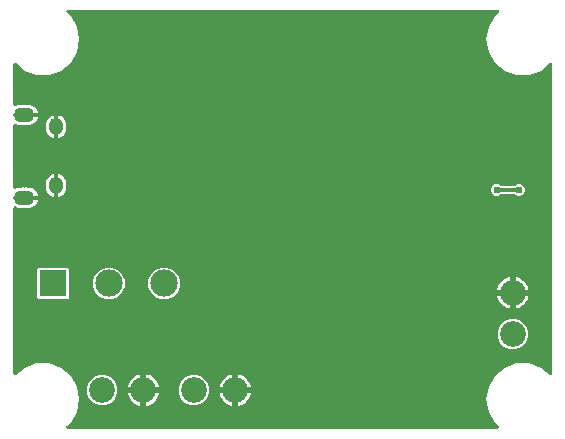
<source format=gbr>
G04 EAGLE Gerber RS-274X export*
G75*
%MOMM*%
%FSLAX34Y34*%
%LPD*%
%INBottom Copper*%
%IPPOS*%
%AMOC8*
5,1,8,0,0,1.08239X$1,22.5*%
G01*
%ADD10C,1.208000*%
%ADD11C,1.270000*%
%ADD12C,2.184400*%
%ADD13R,2.325000X2.325000*%
%ADD14C,2.325000*%
%ADD15C,0.685800*%
%ADD16C,0.609600*%
%ADD17C,0.304800*%

G36*
X415393Y5212D02*
X415393Y5212D01*
X415428Y5210D01*
X415550Y5232D01*
X415673Y5248D01*
X415706Y5261D01*
X415741Y5267D01*
X415854Y5319D01*
X415969Y5365D01*
X415998Y5385D01*
X416030Y5400D01*
X416126Y5479D01*
X416226Y5551D01*
X416249Y5579D01*
X416276Y5601D01*
X416350Y5701D01*
X416429Y5796D01*
X416444Y5828D01*
X416465Y5857D01*
X416512Y5972D01*
X416565Y6084D01*
X416571Y6119D01*
X416585Y6152D01*
X416601Y6275D01*
X416625Y6396D01*
X416622Y6432D01*
X416627Y6467D01*
X416612Y6590D01*
X416605Y6714D01*
X416594Y6748D01*
X416590Y6783D01*
X416545Y6898D01*
X416507Y7016D01*
X416488Y7046D01*
X416475Y7079D01*
X416403Y7180D01*
X416337Y7285D01*
X416311Y7309D01*
X416290Y7338D01*
X416174Y7449D01*
X412849Y10239D01*
X407511Y19485D01*
X405657Y30000D01*
X407511Y40515D01*
X412849Y49761D01*
X421028Y56624D01*
X431062Y60276D01*
X441738Y60276D01*
X451772Y56624D01*
X459107Y50469D01*
X459178Y50423D01*
X459242Y50370D01*
X459311Y50338D01*
X459374Y50297D01*
X459454Y50270D01*
X459530Y50234D01*
X459604Y50220D01*
X459676Y50196D01*
X459760Y50190D01*
X459843Y50175D01*
X459918Y50179D01*
X459993Y50174D01*
X460076Y50189D01*
X460160Y50194D01*
X460232Y50218D01*
X460306Y50231D01*
X460383Y50267D01*
X460462Y50292D01*
X460526Y50333D01*
X460595Y50365D01*
X460660Y50418D01*
X460731Y50463D01*
X460783Y50518D01*
X460842Y50565D01*
X460891Y50633D01*
X460949Y50694D01*
X460986Y50760D01*
X461031Y50821D01*
X461062Y50899D01*
X461103Y50973D01*
X461121Y51046D01*
X461150Y51116D01*
X461161Y51199D01*
X461182Y51281D01*
X461191Y51423D01*
X461192Y51431D01*
X461192Y51435D01*
X461192Y51441D01*
X461192Y313359D01*
X461182Y313442D01*
X461181Y313526D01*
X461162Y313599D01*
X461152Y313674D01*
X461121Y313752D01*
X461100Y313834D01*
X461063Y313900D01*
X461035Y313970D01*
X460986Y314038D01*
X460945Y314111D01*
X460893Y314166D01*
X460849Y314227D01*
X460784Y314281D01*
X460726Y314342D01*
X460662Y314382D01*
X460604Y314430D01*
X460528Y314466D01*
X460456Y314510D01*
X460384Y314533D01*
X460316Y314566D01*
X460234Y314581D01*
X460153Y314607D01*
X460078Y314611D01*
X460004Y314625D01*
X459920Y314620D01*
X459836Y314625D01*
X459762Y314610D01*
X459686Y314606D01*
X459606Y314580D01*
X459524Y314563D01*
X459456Y314531D01*
X459384Y314508D01*
X459313Y314463D01*
X459237Y314426D01*
X459122Y314342D01*
X459115Y314337D01*
X459113Y314335D01*
X459107Y314331D01*
X451772Y308176D01*
X441738Y304524D01*
X431062Y304524D01*
X421028Y308176D01*
X412849Y315039D01*
X407511Y324285D01*
X405657Y334800D01*
X407511Y345315D01*
X412849Y354561D01*
X416174Y357351D01*
X416198Y357377D01*
X416226Y357397D01*
X416306Y357493D01*
X416390Y357584D01*
X416407Y357615D01*
X416429Y357642D01*
X416482Y357755D01*
X416541Y357864D01*
X416550Y357898D01*
X416565Y357930D01*
X416588Y358052D01*
X416618Y358172D01*
X416618Y358208D01*
X416625Y358243D01*
X416617Y358366D01*
X416616Y358490D01*
X416607Y358525D01*
X416605Y358560D01*
X416567Y358678D01*
X416535Y358798D01*
X416518Y358829D01*
X416507Y358862D01*
X416440Y358967D01*
X416380Y359076D01*
X416356Y359101D01*
X416337Y359131D01*
X416246Y359216D01*
X416161Y359306D01*
X416131Y359325D01*
X416105Y359349D01*
X415996Y359409D01*
X415891Y359475D01*
X415857Y359486D01*
X415826Y359503D01*
X415707Y359534D01*
X415588Y359571D01*
X415553Y359573D01*
X415519Y359582D01*
X415358Y359592D01*
X51042Y359592D01*
X51007Y359588D01*
X50972Y359590D01*
X50850Y359568D01*
X50727Y359552D01*
X50694Y359539D01*
X50659Y359533D01*
X50546Y359481D01*
X50431Y359435D01*
X50402Y359415D01*
X50370Y359400D01*
X50274Y359321D01*
X50174Y359249D01*
X50151Y359221D01*
X50124Y359199D01*
X50050Y359099D01*
X49971Y359004D01*
X49956Y358972D01*
X49935Y358943D01*
X49888Y358828D01*
X49835Y358716D01*
X49829Y358681D01*
X49815Y358648D01*
X49799Y358525D01*
X49775Y358404D01*
X49778Y358368D01*
X49773Y358333D01*
X49788Y358210D01*
X49795Y358086D01*
X49806Y358052D01*
X49810Y358017D01*
X49855Y357902D01*
X49893Y357784D01*
X49912Y357754D01*
X49925Y357721D01*
X49997Y357620D01*
X50063Y357515D01*
X50089Y357491D01*
X50110Y357462D01*
X50226Y357351D01*
X53551Y354561D01*
X58889Y345315D01*
X60743Y334800D01*
X58889Y324285D01*
X53551Y315039D01*
X45372Y308176D01*
X35338Y304524D01*
X24662Y304524D01*
X14628Y308176D01*
X7293Y314331D01*
X7222Y314377D01*
X7158Y314430D01*
X7089Y314462D01*
X7026Y314503D01*
X6946Y314530D01*
X6870Y314566D01*
X6796Y314580D01*
X6724Y314604D01*
X6640Y314610D01*
X6557Y314625D01*
X6482Y314621D01*
X6407Y314626D01*
X6324Y314611D01*
X6240Y314606D01*
X6168Y314582D01*
X6094Y314569D01*
X6017Y314533D01*
X5938Y314508D01*
X5874Y314467D01*
X5805Y314435D01*
X5740Y314382D01*
X5669Y314337D01*
X5617Y314282D01*
X5558Y314235D01*
X5509Y314167D01*
X5451Y314106D01*
X5414Y314040D01*
X5369Y313979D01*
X5338Y313901D01*
X5297Y313827D01*
X5279Y313754D01*
X5250Y313684D01*
X5239Y313601D01*
X5218Y313519D01*
X5209Y313377D01*
X5208Y313369D01*
X5208Y313365D01*
X5208Y313359D01*
X5208Y279362D01*
X5210Y279348D01*
X5208Y279333D01*
X5224Y279227D01*
X5230Y279129D01*
X5242Y279093D01*
X5248Y279047D01*
X5253Y279033D01*
X5255Y279018D01*
X5301Y278911D01*
X5328Y278826D01*
X5346Y278798D01*
X5365Y278751D01*
X5373Y278739D01*
X5379Y278726D01*
X5455Y278626D01*
X5498Y278558D01*
X5520Y278537D01*
X5551Y278494D01*
X5563Y278484D01*
X5572Y278473D01*
X5676Y278390D01*
X5730Y278340D01*
X5753Y278327D01*
X5796Y278291D01*
X5810Y278285D01*
X5821Y278275D01*
X5948Y278219D01*
X6008Y278186D01*
X6032Y278180D01*
X6084Y278155D01*
X6099Y278153D01*
X6112Y278147D01*
X6252Y278123D01*
X6316Y278107D01*
X6350Y278105D01*
X6396Y278096D01*
X6411Y278097D01*
X6426Y278094D01*
X6463Y278097D01*
X6477Y278096D01*
X6482Y278096D01*
X6542Y278104D01*
X6570Y278106D01*
X6714Y278115D01*
X6728Y278120D01*
X6743Y278121D01*
X6779Y278134D01*
X6798Y278136D01*
X6884Y278171D01*
X7016Y278213D01*
X7029Y278221D01*
X7043Y278226D01*
X7082Y278249D01*
X7093Y278253D01*
X7108Y278264D01*
X7182Y278307D01*
X7727Y278671D01*
X9345Y279341D01*
X10674Y279606D01*
X10719Y279577D01*
X10777Y279529D01*
X10854Y279493D01*
X10925Y279449D01*
X10997Y279426D01*
X11065Y279394D01*
X11148Y279378D01*
X11228Y279352D01*
X11304Y279348D01*
X11377Y279334D01*
X11462Y279339D01*
X11546Y279335D01*
X11686Y279353D01*
X11695Y279354D01*
X11698Y279355D01*
X11706Y279356D01*
X12666Y279547D01*
X12812Y279596D01*
X12957Y279643D01*
X12962Y279646D01*
X12967Y279648D01*
X12998Y279667D01*
X13002Y279667D01*
X13151Y279656D01*
X13160Y279658D01*
X13169Y279657D01*
X13191Y279660D01*
X13202Y279655D01*
X13341Y279588D01*
X13348Y279586D01*
X13351Y279585D01*
X13360Y279583D01*
X13496Y279547D01*
X14230Y279401D01*
X14240Y279400D01*
X14248Y279397D01*
X14397Y279389D01*
X14548Y279378D01*
X14557Y279380D01*
X14566Y279380D01*
X14726Y279401D01*
X14952Y279446D01*
X15098Y279495D01*
X15243Y279542D01*
X15248Y279545D01*
X15253Y279546D01*
X15379Y279628D01*
X15383Y279628D01*
X15392Y279625D01*
X15542Y279616D01*
X15691Y279606D01*
X15700Y279607D01*
X15709Y279607D01*
X15848Y279626D01*
X15848Y279625D01*
X15853Y279623D01*
X15857Y279619D01*
X15995Y279555D01*
X16135Y279487D01*
X16142Y279485D01*
X16145Y279484D01*
X16154Y279482D01*
X16290Y279446D01*
X16817Y279341D01*
X17012Y279260D01*
X17060Y279247D01*
X17105Y279226D01*
X17213Y279205D01*
X17319Y279176D01*
X17369Y279176D01*
X17418Y279166D01*
X17527Y279173D01*
X17637Y279171D01*
X17685Y279183D01*
X17735Y279186D01*
X17839Y279220D01*
X17946Y279245D01*
X17990Y279269D01*
X18037Y279284D01*
X18130Y279343D01*
X18227Y279394D01*
X18264Y279428D01*
X18306Y279454D01*
X18381Y279534D01*
X18428Y279576D01*
X19611Y279341D01*
X21229Y278671D01*
X22686Y277698D01*
X23924Y276460D01*
X24897Y275003D01*
X25567Y273385D01*
X25735Y272541D01*
X17498Y272541D01*
X17380Y272526D01*
X17261Y272519D01*
X17223Y272506D01*
X17183Y272501D01*
X17072Y272458D01*
X17024Y272442D01*
X17006Y272452D01*
X16967Y272462D01*
X16931Y272479D01*
X16814Y272501D01*
X16698Y272531D01*
X16638Y272535D01*
X16618Y272539D01*
X16598Y272537D01*
X16538Y272541D01*
X14704Y272541D01*
X14586Y272526D01*
X14467Y272519D01*
X14429Y272506D01*
X14389Y272501D01*
X14278Y272458D01*
X14230Y272442D01*
X14212Y272452D01*
X14173Y272462D01*
X14137Y272479D01*
X14020Y272501D01*
X13904Y272531D01*
X13844Y272535D01*
X13824Y272539D01*
X13804Y272537D01*
X13744Y272541D01*
X12418Y272541D01*
X12300Y272526D01*
X12181Y272519D01*
X12143Y272506D01*
X12103Y272501D01*
X11992Y272458D01*
X11944Y272442D01*
X11926Y272452D01*
X11887Y272462D01*
X11851Y272479D01*
X11734Y272501D01*
X11618Y272531D01*
X11558Y272535D01*
X11538Y272539D01*
X11518Y272537D01*
X11458Y272541D01*
X6477Y272541D01*
X6359Y272526D01*
X6240Y272519D01*
X6202Y272506D01*
X6161Y272501D01*
X6051Y272458D01*
X5938Y272421D01*
X5903Y272399D01*
X5866Y272384D01*
X5770Y272315D01*
X5669Y272251D01*
X5641Y272221D01*
X5608Y272198D01*
X5532Y272106D01*
X5451Y272019D01*
X5431Y271984D01*
X5406Y271953D01*
X5355Y271845D01*
X5297Y271741D01*
X5287Y271701D01*
X5270Y271665D01*
X5248Y271548D01*
X5218Y271433D01*
X5214Y271373D01*
X5210Y271353D01*
X5212Y271332D01*
X5208Y271272D01*
X5208Y270312D01*
X5223Y270194D01*
X5230Y270075D01*
X5243Y270037D01*
X5248Y269996D01*
X5291Y269886D01*
X5328Y269773D01*
X5350Y269738D01*
X5365Y269701D01*
X5434Y269604D01*
X5498Y269504D01*
X5528Y269476D01*
X5551Y269443D01*
X5643Y269367D01*
X5730Y269286D01*
X5765Y269266D01*
X5796Y269241D01*
X5904Y269190D01*
X6008Y269132D01*
X6048Y269122D01*
X6084Y269105D01*
X6201Y269083D01*
X6316Y269053D01*
X6376Y269049D01*
X6396Y269045D01*
X6417Y269047D01*
X6477Y269043D01*
X11458Y269043D01*
X11576Y269058D01*
X11695Y269065D01*
X11733Y269077D01*
X11773Y269083D01*
X11884Y269126D01*
X11932Y269142D01*
X11950Y269132D01*
X11989Y269122D01*
X12025Y269105D01*
X12142Y269083D01*
X12258Y269053D01*
X12318Y269049D01*
X12338Y269045D01*
X12358Y269047D01*
X12418Y269043D01*
X13744Y269043D01*
X13862Y269058D01*
X13981Y269065D01*
X14019Y269077D01*
X14059Y269083D01*
X14170Y269126D01*
X14218Y269142D01*
X14236Y269132D01*
X14275Y269122D01*
X14311Y269105D01*
X14428Y269083D01*
X14544Y269053D01*
X14604Y269049D01*
X14624Y269045D01*
X14644Y269047D01*
X14704Y269043D01*
X16538Y269043D01*
X16656Y269058D01*
X16775Y269065D01*
X16813Y269077D01*
X16853Y269083D01*
X16964Y269126D01*
X17012Y269142D01*
X17030Y269132D01*
X17069Y269122D01*
X17105Y269105D01*
X17222Y269083D01*
X17338Y269053D01*
X17398Y269049D01*
X17418Y269045D01*
X17438Y269047D01*
X17498Y269043D01*
X25735Y269043D01*
X25567Y268199D01*
X24897Y266581D01*
X23924Y265124D01*
X22686Y263886D01*
X21229Y262913D01*
X19611Y262243D01*
X18432Y262008D01*
X18424Y262020D01*
X18385Y262051D01*
X18353Y262089D01*
X18263Y262152D01*
X18179Y262222D01*
X18134Y262244D01*
X18093Y262272D01*
X17990Y262311D01*
X17891Y262358D01*
X17842Y262367D01*
X17796Y262385D01*
X17686Y262397D01*
X17579Y262418D01*
X17529Y262415D01*
X17480Y262420D01*
X17371Y262405D01*
X17261Y262398D01*
X17214Y262383D01*
X17165Y262376D01*
X17012Y262324D01*
X16817Y262243D01*
X16290Y262138D01*
X16143Y262089D01*
X15999Y262042D01*
X15994Y262039D01*
X15989Y262037D01*
X15863Y261956D01*
X15859Y261956D01*
X15850Y261959D01*
X15700Y261968D01*
X15551Y261978D01*
X15542Y261977D01*
X15533Y261977D01*
X15394Y261958D01*
X15394Y261959D01*
X15389Y261961D01*
X15385Y261965D01*
X15246Y262030D01*
X15107Y262097D01*
X15100Y262099D01*
X15097Y262100D01*
X15088Y262102D01*
X14952Y262138D01*
X14726Y262183D01*
X14716Y262184D01*
X14708Y262187D01*
X14559Y262195D01*
X14408Y262206D01*
X14399Y262204D01*
X14390Y262204D01*
X14230Y262183D01*
X13496Y262037D01*
X13349Y261988D01*
X13205Y261941D01*
X13200Y261938D01*
X13195Y261936D01*
X13164Y261917D01*
X13161Y261917D01*
X13011Y261928D01*
X13002Y261926D01*
X12993Y261927D01*
X12971Y261924D01*
X12961Y261928D01*
X12821Y261996D01*
X12814Y261998D01*
X12811Y261999D01*
X12802Y262001D01*
X12666Y262037D01*
X11706Y262228D01*
X11621Y262234D01*
X11538Y262250D01*
X11463Y262245D01*
X11388Y262251D01*
X11305Y262235D01*
X11221Y262230D01*
X11150Y262207D01*
X11075Y262193D01*
X10999Y262158D01*
X10919Y262132D01*
X10855Y262092D01*
X10787Y262060D01*
X10721Y262007D01*
X10676Y261978D01*
X9345Y262243D01*
X7727Y262913D01*
X7182Y263277D01*
X7169Y263284D01*
X7158Y263293D01*
X7027Y263354D01*
X6898Y263419D01*
X6883Y263422D01*
X6870Y263429D01*
X6729Y263456D01*
X6587Y263486D01*
X6572Y263486D01*
X6557Y263488D01*
X6414Y263479D01*
X6269Y263474D01*
X6255Y263469D01*
X6240Y263469D01*
X6102Y263424D01*
X5964Y263383D01*
X5952Y263375D01*
X5938Y263371D01*
X5815Y263293D01*
X5692Y263219D01*
X5681Y263208D01*
X5669Y263200D01*
X5570Y263095D01*
X5469Y262992D01*
X5461Y262980D01*
X5451Y262969D01*
X5381Y262843D01*
X5309Y262717D01*
X5305Y262703D01*
X5297Y262690D01*
X5261Y262551D01*
X5222Y262411D01*
X5222Y262397D01*
X5218Y262382D01*
X5208Y262222D01*
X5208Y209258D01*
X5210Y209244D01*
X5208Y209229D01*
X5229Y209086D01*
X5248Y208943D01*
X5253Y208929D01*
X5255Y208914D01*
X5311Y208782D01*
X5365Y208647D01*
X5373Y208635D01*
X5379Y208622D01*
X5466Y208507D01*
X5551Y208390D01*
X5563Y208380D01*
X5572Y208369D01*
X5685Y208279D01*
X5796Y208187D01*
X5810Y208181D01*
X5821Y208171D01*
X5954Y208113D01*
X6084Y208051D01*
X6099Y208049D01*
X6112Y208043D01*
X6255Y208019D01*
X6396Y207992D01*
X6411Y207993D01*
X6426Y207990D01*
X6570Y208002D01*
X6714Y208011D01*
X6728Y208016D01*
X6743Y208017D01*
X6879Y208065D01*
X7016Y208109D01*
X7029Y208117D01*
X7043Y208122D01*
X7182Y208203D01*
X7727Y208567D01*
X9345Y209237D01*
X10613Y209489D01*
X10693Y209433D01*
X10777Y209363D01*
X10822Y209342D01*
X10863Y209313D01*
X10966Y209274D01*
X11065Y209227D01*
X11114Y209218D01*
X11161Y209200D01*
X11270Y209188D01*
X11377Y209167D01*
X11427Y209171D01*
X11477Y209165D01*
X11586Y209180D01*
X11695Y209187D01*
X11742Y209203D01*
X11792Y209210D01*
X11855Y209231D01*
X12666Y209392D01*
X12813Y209442D01*
X12957Y209488D01*
X12962Y209491D01*
X12967Y209493D01*
X13044Y209542D01*
X13128Y209538D01*
X13277Y209527D01*
X13287Y209529D01*
X13296Y209528D01*
X13375Y209539D01*
X13454Y209501D01*
X13595Y209434D01*
X13602Y209432D01*
X13605Y209430D01*
X13614Y209429D01*
X13750Y209392D01*
X14230Y209297D01*
X14240Y209296D01*
X14249Y209293D01*
X14397Y209285D01*
X14548Y209274D01*
X14557Y209276D01*
X14566Y209276D01*
X14726Y209297D01*
X15206Y209392D01*
X15353Y209442D01*
X15497Y209488D01*
X15502Y209491D01*
X15507Y209493D01*
X15584Y209542D01*
X15668Y209538D01*
X15818Y209527D01*
X15827Y209529D01*
X15836Y209528D01*
X15915Y209539D01*
X15996Y209501D01*
X16135Y209434D01*
X16142Y209432D01*
X16145Y209430D01*
X16154Y209429D01*
X16290Y209392D01*
X17094Y209233D01*
X17105Y209227D01*
X17213Y209207D01*
X17318Y209178D01*
X17369Y209177D01*
X17418Y209167D01*
X17527Y209174D01*
X17636Y209172D01*
X17685Y209184D01*
X17735Y209187D01*
X17839Y209221D01*
X17946Y209246D01*
X17990Y209270D01*
X18037Y209285D01*
X18130Y209344D01*
X18227Y209395D01*
X18264Y209429D01*
X18306Y209455D01*
X18339Y209490D01*
X19611Y209237D01*
X21229Y208567D01*
X22686Y207594D01*
X23924Y206356D01*
X24897Y204899D01*
X25567Y203281D01*
X25735Y202437D01*
X17498Y202437D01*
X17380Y202422D01*
X17261Y202415D01*
X17223Y202402D01*
X17183Y202397D01*
X17072Y202354D01*
X17024Y202338D01*
X17006Y202348D01*
X16967Y202358D01*
X16931Y202375D01*
X16814Y202397D01*
X16698Y202427D01*
X16638Y202431D01*
X16618Y202435D01*
X16598Y202433D01*
X16538Y202437D01*
X14958Y202437D01*
X14840Y202422D01*
X14721Y202415D01*
X14683Y202402D01*
X14643Y202397D01*
X14532Y202354D01*
X14484Y202338D01*
X14466Y202348D01*
X14427Y202358D01*
X14391Y202375D01*
X14274Y202397D01*
X14158Y202427D01*
X14098Y202431D01*
X14078Y202435D01*
X14058Y202433D01*
X13998Y202437D01*
X12418Y202437D01*
X12300Y202422D01*
X12181Y202415D01*
X12143Y202402D01*
X12103Y202397D01*
X11992Y202354D01*
X11944Y202338D01*
X11926Y202348D01*
X11887Y202358D01*
X11851Y202375D01*
X11734Y202397D01*
X11618Y202427D01*
X11558Y202431D01*
X11538Y202435D01*
X11518Y202433D01*
X11458Y202437D01*
X6477Y202437D01*
X6359Y202422D01*
X6240Y202415D01*
X6202Y202402D01*
X6161Y202397D01*
X6051Y202354D01*
X5938Y202317D01*
X5903Y202295D01*
X5866Y202280D01*
X5770Y202211D01*
X5669Y202147D01*
X5641Y202117D01*
X5608Y202094D01*
X5532Y202002D01*
X5451Y201915D01*
X5431Y201880D01*
X5406Y201849D01*
X5355Y201741D01*
X5297Y201637D01*
X5287Y201597D01*
X5270Y201561D01*
X5248Y201444D01*
X5218Y201329D01*
X5214Y201269D01*
X5210Y201249D01*
X5212Y201228D01*
X5208Y201168D01*
X5208Y200208D01*
X5223Y200090D01*
X5230Y199971D01*
X5243Y199933D01*
X5248Y199892D01*
X5291Y199782D01*
X5328Y199669D01*
X5350Y199634D01*
X5365Y199597D01*
X5434Y199500D01*
X5498Y199400D01*
X5528Y199372D01*
X5551Y199339D01*
X5643Y199263D01*
X5730Y199182D01*
X5765Y199162D01*
X5796Y199137D01*
X5904Y199086D01*
X6008Y199028D01*
X6048Y199018D01*
X6084Y199001D01*
X6201Y198979D01*
X6316Y198949D01*
X6376Y198945D01*
X6396Y198941D01*
X6417Y198943D01*
X6477Y198939D01*
X11458Y198939D01*
X11576Y198954D01*
X11695Y198961D01*
X11733Y198973D01*
X11773Y198979D01*
X11884Y199022D01*
X11932Y199038D01*
X11950Y199028D01*
X11989Y199018D01*
X12025Y199001D01*
X12142Y198979D01*
X12258Y198949D01*
X12318Y198945D01*
X12338Y198941D01*
X12358Y198943D01*
X12418Y198939D01*
X13998Y198939D01*
X14116Y198954D01*
X14235Y198961D01*
X14273Y198973D01*
X14313Y198979D01*
X14424Y199022D01*
X14472Y199038D01*
X14490Y199028D01*
X14529Y199018D01*
X14565Y199001D01*
X14682Y198979D01*
X14798Y198949D01*
X14858Y198945D01*
X14878Y198941D01*
X14898Y198943D01*
X14958Y198939D01*
X16538Y198939D01*
X16656Y198954D01*
X16775Y198961D01*
X16813Y198973D01*
X16853Y198979D01*
X16964Y199022D01*
X17012Y199038D01*
X17030Y199028D01*
X17069Y199018D01*
X17105Y199001D01*
X17222Y198979D01*
X17338Y198949D01*
X17398Y198945D01*
X17418Y198941D01*
X17438Y198943D01*
X17498Y198939D01*
X25735Y198939D01*
X25567Y198095D01*
X24897Y196477D01*
X23924Y195020D01*
X22686Y193782D01*
X21229Y192809D01*
X19611Y192139D01*
X18343Y191887D01*
X18263Y191943D01*
X18179Y192013D01*
X18133Y192035D01*
X18093Y192063D01*
X17990Y192102D01*
X17891Y192149D01*
X17842Y192158D01*
X17795Y192176D01*
X17686Y192188D01*
X17579Y192209D01*
X17529Y192205D01*
X17479Y192211D01*
X17371Y192196D01*
X17261Y192189D01*
X17214Y192173D01*
X17164Y192166D01*
X17101Y192145D01*
X16290Y191984D01*
X16143Y191934D01*
X15999Y191888D01*
X15994Y191885D01*
X15989Y191883D01*
X15912Y191834D01*
X15828Y191838D01*
X15679Y191849D01*
X15669Y191847D01*
X15660Y191848D01*
X15581Y191837D01*
X15500Y191875D01*
X15361Y191942D01*
X15354Y191944D01*
X15351Y191946D01*
X15342Y191947D01*
X15206Y191984D01*
X14726Y192079D01*
X14716Y192080D01*
X14708Y192083D01*
X14559Y192091D01*
X14408Y192102D01*
X14399Y192100D01*
X14390Y192100D01*
X14230Y192079D01*
X13750Y191984D01*
X13604Y191935D01*
X13459Y191888D01*
X13454Y191885D01*
X13449Y191883D01*
X13372Y191834D01*
X13288Y191838D01*
X13138Y191849D01*
X13129Y191847D01*
X13120Y191848D01*
X13041Y191837D01*
X12960Y191875D01*
X12821Y191942D01*
X12814Y191944D01*
X12811Y191946D01*
X12802Y191947D01*
X12666Y191984D01*
X11862Y192143D01*
X11851Y192149D01*
X11743Y192169D01*
X11637Y192198D01*
X11587Y192199D01*
X11538Y192209D01*
X11429Y192202D01*
X11319Y192204D01*
X11271Y192192D01*
X11221Y192189D01*
X11117Y192155D01*
X11010Y192129D01*
X10966Y192106D01*
X10919Y192091D01*
X10826Y192032D01*
X10729Y191981D01*
X10692Y191947D01*
X10650Y191921D01*
X10617Y191886D01*
X9345Y192139D01*
X7727Y192809D01*
X7182Y193173D01*
X7169Y193180D01*
X7158Y193189D01*
X7027Y193250D01*
X6898Y193315D01*
X6883Y193318D01*
X6870Y193325D01*
X6729Y193352D01*
X6587Y193382D01*
X6572Y193382D01*
X6557Y193384D01*
X6414Y193375D01*
X6269Y193370D01*
X6255Y193365D01*
X6240Y193365D01*
X6102Y193320D01*
X5964Y193279D01*
X5952Y193271D01*
X5938Y193267D01*
X5815Y193189D01*
X5692Y193115D01*
X5681Y193104D01*
X5669Y193096D01*
X5570Y192991D01*
X5469Y192888D01*
X5461Y192876D01*
X5451Y192865D01*
X5381Y192739D01*
X5309Y192613D01*
X5305Y192599D01*
X5297Y192586D01*
X5261Y192447D01*
X5222Y192307D01*
X5222Y192293D01*
X5218Y192278D01*
X5208Y192118D01*
X5208Y51441D01*
X5218Y51358D01*
X5219Y51274D01*
X5238Y51201D01*
X5248Y51126D01*
X5278Y51048D01*
X5300Y50966D01*
X5337Y50900D01*
X5365Y50830D01*
X5414Y50762D01*
X5455Y50689D01*
X5507Y50634D01*
X5551Y50573D01*
X5616Y50519D01*
X5674Y50458D01*
X5738Y50418D01*
X5796Y50370D01*
X5872Y50334D01*
X5944Y50290D01*
X6016Y50267D01*
X6084Y50234D01*
X6166Y50219D01*
X6247Y50193D01*
X6322Y50189D01*
X6396Y50175D01*
X6480Y50180D01*
X6564Y50175D01*
X6638Y50190D01*
X6714Y50194D01*
X6794Y50220D01*
X6876Y50237D01*
X6944Y50269D01*
X7016Y50292D01*
X7087Y50337D01*
X7163Y50374D01*
X7278Y50458D01*
X7285Y50463D01*
X7287Y50465D01*
X7293Y50469D01*
X14628Y56624D01*
X24662Y60276D01*
X35338Y60276D01*
X45372Y56624D01*
X53551Y49761D01*
X58889Y40515D01*
X60743Y30000D01*
X58889Y19485D01*
X53551Y10239D01*
X50226Y7449D01*
X50202Y7423D01*
X50174Y7403D01*
X50094Y7307D01*
X50010Y7216D01*
X49993Y7185D01*
X49971Y7158D01*
X49918Y7045D01*
X49859Y6936D01*
X49850Y6902D01*
X49835Y6870D01*
X49812Y6748D01*
X49782Y6628D01*
X49782Y6592D01*
X49775Y6557D01*
X49783Y6434D01*
X49784Y6310D01*
X49793Y6275D01*
X49795Y6240D01*
X49833Y6122D01*
X49865Y6002D01*
X49882Y5971D01*
X49893Y5938D01*
X49960Y5833D01*
X50020Y5724D01*
X50044Y5699D01*
X50063Y5669D01*
X50154Y5584D01*
X50239Y5494D01*
X50269Y5475D01*
X50295Y5451D01*
X50404Y5391D01*
X50509Y5325D01*
X50543Y5314D01*
X50574Y5297D01*
X50693Y5266D01*
X50812Y5229D01*
X50847Y5227D01*
X50881Y5218D01*
X51042Y5208D01*
X415358Y5208D01*
X415393Y5212D01*
G37*
%LPC*%
G36*
X26490Y114612D02*
X26490Y114612D01*
X25448Y115654D01*
X25448Y140378D01*
X26490Y141420D01*
X51214Y141420D01*
X52256Y140378D01*
X52256Y115654D01*
X51214Y114612D01*
X26490Y114612D01*
G37*
%LPD*%
%LPC*%
G36*
X130186Y114612D02*
X130186Y114612D01*
X125259Y116653D01*
X121489Y120423D01*
X119448Y125350D01*
X119448Y130682D01*
X121489Y135609D01*
X125259Y139379D01*
X130186Y141420D01*
X135518Y141420D01*
X140445Y139379D01*
X144215Y135609D01*
X146256Y130682D01*
X146256Y125350D01*
X144215Y120423D01*
X140445Y116653D01*
X135518Y114612D01*
X130186Y114612D01*
G37*
%LPD*%
%LPC*%
G36*
X83186Y114612D02*
X83186Y114612D01*
X78259Y116653D01*
X74489Y120423D01*
X72448Y125350D01*
X72448Y130682D01*
X74489Y135609D01*
X78259Y139379D01*
X83186Y141420D01*
X88518Y141420D01*
X93445Y139379D01*
X97215Y135609D01*
X99256Y130682D01*
X99256Y125350D01*
X97215Y120423D01*
X93445Y116653D01*
X88518Y114612D01*
X83186Y114612D01*
G37*
%LPD*%
%LPC*%
G36*
X425464Y72407D02*
X425464Y72407D01*
X420796Y74341D01*
X417223Y77914D01*
X415289Y82582D01*
X415289Y87634D01*
X417223Y92302D01*
X420796Y95875D01*
X425464Y97809D01*
X430516Y97809D01*
X435184Y95875D01*
X438757Y92302D01*
X440691Y87634D01*
X440691Y82582D01*
X438757Y77914D01*
X435184Y74341D01*
X430516Y72407D01*
X425464Y72407D01*
G37*
%LPD*%
%LPC*%
G36*
X155429Y25044D02*
X155429Y25044D01*
X150761Y26977D01*
X147188Y30550D01*
X145254Y35218D01*
X145254Y40271D01*
X147188Y44939D01*
X150761Y48512D01*
X155429Y50445D01*
X160482Y50445D01*
X165150Y48512D01*
X168722Y44939D01*
X170656Y40271D01*
X170656Y35218D01*
X168722Y30550D01*
X165150Y26977D01*
X160482Y25044D01*
X155429Y25044D01*
G37*
%LPD*%
%LPC*%
G36*
X77705Y25044D02*
X77705Y25044D01*
X73037Y26977D01*
X69464Y30550D01*
X67530Y35218D01*
X67530Y40271D01*
X69464Y44939D01*
X73037Y48512D01*
X77705Y50445D01*
X82758Y50445D01*
X87426Y48512D01*
X90998Y44939D01*
X92932Y40271D01*
X92932Y35218D01*
X90998Y30550D01*
X87426Y26977D01*
X82758Y25044D01*
X77705Y25044D01*
G37*
%LPD*%
%LPC*%
G36*
X413314Y202183D02*
X413314Y202183D01*
X411540Y202918D01*
X410182Y204276D01*
X409447Y206050D01*
X409447Y207970D01*
X410182Y209744D01*
X411540Y211102D01*
X413314Y211837D01*
X415234Y211837D01*
X417008Y211102D01*
X417426Y210684D01*
X417504Y210624D01*
X417576Y210556D01*
X417629Y210527D01*
X417677Y210490D01*
X417768Y210450D01*
X417854Y210402D01*
X417913Y210387D01*
X417969Y210363D01*
X418067Y210348D01*
X418162Y210323D01*
X418262Y210317D01*
X418283Y210313D01*
X418295Y210315D01*
X418323Y210313D01*
X429021Y210313D01*
X429119Y210325D01*
X429218Y210328D01*
X429276Y210345D01*
X429336Y210353D01*
X429429Y210389D01*
X429524Y210417D01*
X429576Y210447D01*
X429632Y210470D01*
X429712Y210528D01*
X429798Y210578D01*
X429873Y210644D01*
X429890Y210656D01*
X429897Y210666D01*
X429918Y210684D01*
X430336Y211102D01*
X432110Y211837D01*
X434030Y211837D01*
X435804Y211102D01*
X437162Y209744D01*
X437897Y207970D01*
X437897Y206050D01*
X437162Y204276D01*
X435804Y202918D01*
X434030Y202183D01*
X432110Y202183D01*
X430336Y202918D01*
X429918Y203336D01*
X429840Y203396D01*
X429768Y203464D01*
X429715Y203493D01*
X429667Y203530D01*
X429576Y203570D01*
X429490Y203618D01*
X429431Y203633D01*
X429375Y203657D01*
X429277Y203672D01*
X429182Y203697D01*
X429082Y203703D01*
X429061Y203707D01*
X429049Y203705D01*
X429021Y203707D01*
X418323Y203707D01*
X418225Y203695D01*
X418126Y203692D01*
X418068Y203675D01*
X418008Y203667D01*
X417915Y203631D01*
X417820Y203603D01*
X417768Y203573D01*
X417712Y203550D01*
X417632Y203492D01*
X417546Y203442D01*
X417471Y203376D01*
X417454Y203364D01*
X417447Y203354D01*
X417426Y203336D01*
X417008Y202918D01*
X415234Y202183D01*
X413314Y202183D01*
G37*
%LPD*%
%LPC*%
G36*
X43151Y258882D02*
X43151Y258882D01*
X43136Y259000D01*
X43129Y259119D01*
X43116Y259157D01*
X43111Y259197D01*
X43068Y259308D01*
X43052Y259356D01*
X43062Y259374D01*
X43072Y259413D01*
X43089Y259449D01*
X43111Y259566D01*
X43141Y259682D01*
X43145Y259742D01*
X43149Y259762D01*
X43147Y259782D01*
X43151Y259842D01*
X43151Y260152D01*
X43136Y260270D01*
X43129Y260389D01*
X43116Y260427D01*
X43111Y260467D01*
X43068Y260578D01*
X43052Y260626D01*
X43062Y260644D01*
X43072Y260683D01*
X43089Y260719D01*
X43111Y260836D01*
X43141Y260952D01*
X43145Y261012D01*
X43149Y261032D01*
X43147Y261052D01*
X43151Y261112D01*
X43151Y261422D01*
X43136Y261540D01*
X43129Y261659D01*
X43116Y261697D01*
X43111Y261737D01*
X43068Y261848D01*
X43052Y261896D01*
X43062Y261914D01*
X43072Y261953D01*
X43089Y261989D01*
X43111Y262106D01*
X43141Y262222D01*
X43145Y262282D01*
X43149Y262302D01*
X43147Y262322D01*
X43151Y262382D01*
X43151Y270303D01*
X43905Y270153D01*
X45466Y269506D01*
X46872Y268567D01*
X48067Y267372D01*
X49006Y265966D01*
X49653Y264405D01*
X49948Y262920D01*
X49945Y262915D01*
X49922Y262843D01*
X49890Y262775D01*
X49874Y262692D01*
X49848Y262611D01*
X49844Y262536D01*
X49830Y262463D01*
X49835Y262378D01*
X49831Y262294D01*
X49849Y262154D01*
X49850Y262145D01*
X49851Y262142D01*
X49852Y262134D01*
X49983Y261477D01*
X49983Y261057D01*
X49947Y260880D01*
X49947Y260870D01*
X49944Y260861D01*
X49936Y260712D01*
X49925Y260562D01*
X49927Y260553D01*
X49926Y260544D01*
X49947Y260384D01*
X49983Y260207D01*
X49983Y259787D01*
X49852Y259130D01*
X49846Y259045D01*
X49830Y258962D01*
X49835Y258887D01*
X49829Y258812D01*
X49845Y258729D01*
X49850Y258645D01*
X49873Y258573D01*
X49887Y258500D01*
X49922Y258423D01*
X49948Y258343D01*
X49948Y258342D01*
X49653Y256859D01*
X49006Y255298D01*
X48067Y253892D01*
X46872Y252697D01*
X45466Y251758D01*
X43905Y251111D01*
X43151Y250961D01*
X43151Y258882D01*
G37*
%LPD*%
%LPC*%
G36*
X38899Y251111D02*
X38899Y251111D01*
X37338Y251758D01*
X35932Y252697D01*
X34737Y253892D01*
X33798Y255298D01*
X33151Y256859D01*
X32856Y258344D01*
X32859Y258349D01*
X32882Y258421D01*
X32914Y258489D01*
X32930Y258572D01*
X32956Y258653D01*
X32960Y258728D01*
X32974Y258801D01*
X32969Y258886D01*
X32973Y258970D01*
X32955Y259110D01*
X32954Y259119D01*
X32953Y259122D01*
X32952Y259130D01*
X32821Y259787D01*
X32821Y260207D01*
X32857Y260384D01*
X32857Y260394D01*
X32860Y260403D01*
X32868Y260553D01*
X32879Y260702D01*
X32877Y260711D01*
X32878Y260720D01*
X32857Y260880D01*
X32821Y261057D01*
X32821Y261477D01*
X32952Y262134D01*
X32958Y262219D01*
X32974Y262302D01*
X32969Y262377D01*
X32975Y262452D01*
X32959Y262535D01*
X32954Y262619D01*
X32931Y262690D01*
X32917Y262764D01*
X32882Y262841D01*
X32856Y262921D01*
X32856Y262922D01*
X33151Y264405D01*
X33798Y265966D01*
X34737Y267372D01*
X35932Y268567D01*
X37338Y269506D01*
X38899Y270153D01*
X39653Y270303D01*
X39653Y262382D01*
X39668Y262264D01*
X39675Y262145D01*
X39687Y262107D01*
X39693Y262067D01*
X39736Y261956D01*
X39752Y261908D01*
X39742Y261890D01*
X39732Y261851D01*
X39715Y261815D01*
X39693Y261698D01*
X39663Y261582D01*
X39659Y261522D01*
X39655Y261502D01*
X39657Y261482D01*
X39653Y261422D01*
X39653Y261112D01*
X39668Y260994D01*
X39675Y260875D01*
X39687Y260837D01*
X39693Y260797D01*
X39736Y260686D01*
X39752Y260638D01*
X39742Y260620D01*
X39732Y260581D01*
X39715Y260545D01*
X39693Y260428D01*
X39663Y260312D01*
X39659Y260252D01*
X39655Y260232D01*
X39657Y260212D01*
X39653Y260152D01*
X39653Y259842D01*
X39668Y259724D01*
X39675Y259605D01*
X39687Y259567D01*
X39693Y259527D01*
X39736Y259416D01*
X39752Y259368D01*
X39742Y259350D01*
X39732Y259311D01*
X39715Y259275D01*
X39693Y259158D01*
X39663Y259042D01*
X39659Y258982D01*
X39655Y258962D01*
X39657Y258942D01*
X39653Y258882D01*
X39653Y250961D01*
X38899Y251111D01*
G37*
%LPD*%
%LPC*%
G36*
X43151Y209098D02*
X43151Y209098D01*
X43136Y209216D01*
X43129Y209335D01*
X43116Y209373D01*
X43111Y209413D01*
X43068Y209524D01*
X43052Y209572D01*
X43062Y209590D01*
X43072Y209629D01*
X43089Y209665D01*
X43111Y209782D01*
X43141Y209898D01*
X43145Y209958D01*
X43149Y209978D01*
X43147Y209998D01*
X43151Y210058D01*
X43151Y210622D01*
X43136Y210740D01*
X43129Y210859D01*
X43116Y210897D01*
X43111Y210937D01*
X43068Y211048D01*
X43052Y211096D01*
X43062Y211114D01*
X43072Y211153D01*
X43089Y211189D01*
X43111Y211306D01*
X43141Y211422D01*
X43145Y211482D01*
X43149Y211502D01*
X43147Y211522D01*
X43151Y211582D01*
X43151Y211638D01*
X43136Y211756D01*
X43129Y211875D01*
X43116Y211913D01*
X43111Y211953D01*
X43068Y212064D01*
X43052Y212112D01*
X43062Y212130D01*
X43072Y212169D01*
X43089Y212205D01*
X43111Y212322D01*
X43141Y212438D01*
X43145Y212498D01*
X43149Y212518D01*
X43147Y212538D01*
X43151Y212598D01*
X43151Y220519D01*
X43905Y220369D01*
X45466Y219722D01*
X46872Y218783D01*
X48067Y217588D01*
X49006Y216182D01*
X49653Y214621D01*
X49966Y213046D01*
X49940Y212991D01*
X49925Y212908D01*
X49899Y212827D01*
X49895Y212752D01*
X49881Y212679D01*
X49886Y212594D01*
X49881Y212510D01*
X49900Y212370D01*
X49900Y212361D01*
X49902Y212358D01*
X49903Y212350D01*
X49983Y211947D01*
X49983Y211273D01*
X49947Y211096D01*
X49947Y211086D01*
X49944Y211077D01*
X49936Y210939D01*
X49930Y210907D01*
X49932Y210876D01*
X49925Y210778D01*
X49927Y210769D01*
X49926Y210760D01*
X49947Y210600D01*
X49983Y210423D01*
X49983Y210257D01*
X49801Y209346D01*
X49795Y209261D01*
X49780Y209178D01*
X49784Y209103D01*
X49779Y209028D01*
X49794Y208945D01*
X49799Y208861D01*
X49823Y208790D01*
X49836Y208715D01*
X49871Y208639D01*
X49897Y208559D01*
X49936Y208498D01*
X49653Y207075D01*
X49006Y205514D01*
X48067Y204108D01*
X46872Y202913D01*
X45466Y201974D01*
X43905Y201327D01*
X43151Y201177D01*
X43151Y209098D01*
G37*
%LPD*%
%LPC*%
G36*
X38899Y201327D02*
X38899Y201327D01*
X37338Y201974D01*
X35932Y202913D01*
X34737Y204108D01*
X33798Y205514D01*
X33151Y207075D01*
X32868Y208498D01*
X32910Y208565D01*
X32933Y208637D01*
X32965Y208705D01*
X32980Y208788D01*
X33006Y208868D01*
X33010Y208944D01*
X33024Y209017D01*
X33019Y209102D01*
X33024Y209186D01*
X33005Y209326D01*
X33005Y209335D01*
X33004Y209338D01*
X33003Y209346D01*
X32821Y210257D01*
X32821Y210423D01*
X32857Y210600D01*
X32857Y210610D01*
X32860Y210619D01*
X32864Y210695D01*
X32874Y210746D01*
X32871Y210800D01*
X32879Y210918D01*
X32877Y210927D01*
X32878Y210936D01*
X32857Y211096D01*
X32821Y211273D01*
X32821Y211947D01*
X32901Y212350D01*
X32907Y212435D01*
X32923Y212518D01*
X32919Y212593D01*
X32924Y212668D01*
X32909Y212751D01*
X32904Y212835D01*
X32880Y212906D01*
X32867Y212980D01*
X32837Y213044D01*
X33151Y214621D01*
X33798Y216182D01*
X34737Y217588D01*
X35932Y218783D01*
X37338Y219722D01*
X38899Y220369D01*
X39653Y220519D01*
X39653Y212598D01*
X39668Y212480D01*
X39675Y212361D01*
X39687Y212323D01*
X39693Y212283D01*
X39736Y212172D01*
X39752Y212124D01*
X39742Y212106D01*
X39732Y212067D01*
X39715Y212031D01*
X39693Y211914D01*
X39663Y211798D01*
X39659Y211738D01*
X39655Y211718D01*
X39657Y211698D01*
X39653Y211638D01*
X39653Y211582D01*
X39668Y211464D01*
X39675Y211345D01*
X39687Y211307D01*
X39693Y211267D01*
X39736Y211156D01*
X39752Y211108D01*
X39742Y211090D01*
X39732Y211051D01*
X39715Y211015D01*
X39693Y210898D01*
X39663Y210782D01*
X39659Y210722D01*
X39655Y210702D01*
X39657Y210682D01*
X39653Y210622D01*
X39653Y210058D01*
X39668Y209940D01*
X39675Y209821D01*
X39687Y209783D01*
X39693Y209743D01*
X39736Y209632D01*
X39752Y209584D01*
X39742Y209566D01*
X39732Y209527D01*
X39715Y209491D01*
X39693Y209374D01*
X39663Y209258D01*
X39659Y209198D01*
X39655Y209178D01*
X39657Y209158D01*
X39653Y209098D01*
X39653Y201177D01*
X38899Y201327D01*
G37*
%LPD*%
%LPC*%
G36*
X430489Y122607D02*
X430489Y122607D01*
X430489Y133343D01*
X431143Y133239D01*
X433158Y132584D01*
X435046Y131622D01*
X436760Y130377D01*
X438259Y128878D01*
X439504Y127164D01*
X440466Y125276D01*
X441121Y123261D01*
X441225Y122607D01*
X430489Y122607D01*
G37*
%LPD*%
%LPC*%
G36*
X195454Y40244D02*
X195454Y40244D01*
X195454Y50979D01*
X196108Y50876D01*
X198123Y50221D01*
X200011Y49259D01*
X201726Y48013D01*
X203224Y46515D01*
X204470Y44800D01*
X205432Y42912D01*
X206086Y40897D01*
X206190Y40244D01*
X195454Y40244D01*
G37*
%LPD*%
%LPC*%
G36*
X117730Y40244D02*
X117730Y40244D01*
X117730Y50979D01*
X118384Y50876D01*
X120399Y50221D01*
X122287Y49259D01*
X124002Y48013D01*
X125500Y46515D01*
X126746Y44800D01*
X127708Y42912D01*
X128362Y40897D01*
X128466Y40244D01*
X117730Y40244D01*
G37*
%LPD*%
%LPC*%
G36*
X414755Y122607D02*
X414755Y122607D01*
X414859Y123261D01*
X415514Y125276D01*
X416476Y127164D01*
X417721Y128878D01*
X419220Y130377D01*
X420934Y131622D01*
X422822Y132584D01*
X424837Y133239D01*
X425491Y133343D01*
X425491Y122607D01*
X414755Y122607D01*
G37*
%LPD*%
%LPC*%
G36*
X430489Y117609D02*
X430489Y117609D01*
X441225Y117609D01*
X441121Y116955D01*
X440466Y114940D01*
X439504Y113052D01*
X438259Y111338D01*
X436760Y109839D01*
X435046Y108594D01*
X433158Y107632D01*
X431143Y106977D01*
X430489Y106873D01*
X430489Y117609D01*
G37*
%LPD*%
%LPC*%
G36*
X101996Y40244D02*
X101996Y40244D01*
X102100Y40897D01*
X102755Y42912D01*
X103717Y44800D01*
X104962Y46515D01*
X106461Y48013D01*
X108175Y49259D01*
X110063Y50221D01*
X112079Y50876D01*
X112732Y50979D01*
X112732Y40244D01*
X101996Y40244D01*
G37*
%LPD*%
%LPC*%
G36*
X179720Y40244D02*
X179720Y40244D01*
X179824Y40897D01*
X180479Y42912D01*
X181441Y44800D01*
X182686Y46515D01*
X184185Y48013D01*
X185899Y49259D01*
X187787Y50221D01*
X189803Y50876D01*
X190456Y50979D01*
X190456Y40244D01*
X179720Y40244D01*
G37*
%LPD*%
%LPC*%
G36*
X195454Y35245D02*
X195454Y35245D01*
X206190Y35245D01*
X206086Y34592D01*
X205432Y32576D01*
X204470Y30688D01*
X203224Y28974D01*
X201726Y27476D01*
X200011Y26230D01*
X198123Y25268D01*
X196108Y24613D01*
X195454Y24510D01*
X195454Y35245D01*
G37*
%LPD*%
%LPC*%
G36*
X117730Y35245D02*
X117730Y35245D01*
X128466Y35245D01*
X128362Y34592D01*
X127708Y32576D01*
X126746Y30688D01*
X125500Y28974D01*
X124002Y27476D01*
X122287Y26230D01*
X120399Y25268D01*
X118384Y24613D01*
X117730Y24510D01*
X117730Y35245D01*
G37*
%LPD*%
%LPC*%
G36*
X424837Y106977D02*
X424837Y106977D01*
X422822Y107632D01*
X420934Y108594D01*
X419220Y109839D01*
X417721Y111338D01*
X416476Y113052D01*
X415514Y114940D01*
X414859Y116955D01*
X414755Y117609D01*
X425491Y117609D01*
X425491Y106873D01*
X424837Y106977D01*
G37*
%LPD*%
%LPC*%
G36*
X189803Y24613D02*
X189803Y24613D01*
X187787Y25268D01*
X185899Y26230D01*
X184185Y27476D01*
X182686Y28974D01*
X181441Y30688D01*
X180479Y32576D01*
X179824Y34592D01*
X179720Y35245D01*
X190456Y35245D01*
X190456Y24510D01*
X189803Y24613D01*
G37*
%LPD*%
%LPC*%
G36*
X112079Y24613D02*
X112079Y24613D01*
X110063Y25268D01*
X108175Y26230D01*
X106461Y27476D01*
X104962Y28974D01*
X103717Y30688D01*
X102755Y32576D01*
X102100Y34592D01*
X101996Y35245D01*
X112732Y35245D01*
X112732Y24510D01*
X112079Y24613D01*
G37*
%LPD*%
D10*
X41402Y261902D03*
X41402Y259362D03*
X41402Y260632D03*
X41402Y212118D03*
X41402Y209578D03*
X41402Y211102D03*
D11*
X17018Y270792D03*
X17018Y200688D03*
X11938Y270792D03*
X14224Y270792D03*
X11938Y200688D03*
X14478Y200688D03*
D12*
X192955Y37744D03*
X157955Y37744D03*
X427990Y120108D03*
X427990Y85108D03*
X115231Y37744D03*
X80231Y37744D03*
D13*
X38852Y128016D03*
D14*
X85852Y128016D03*
X132852Y128016D03*
D15*
X53340Y222504D03*
D16*
X417830Y221488D03*
X410210Y221488D03*
X402590Y221488D03*
X394970Y221488D03*
X402590Y229108D03*
X402590Y213868D03*
X127000Y349504D03*
X137414Y349504D03*
X147574Y349504D03*
X157734Y349504D03*
X167894Y349504D03*
X178054Y349504D03*
X450850Y274828D03*
X450850Y264668D03*
X450850Y254508D03*
X450850Y244348D03*
X256794Y232664D03*
X256794Y242824D03*
X256794Y252984D03*
X266954Y252984D03*
X246634Y252984D03*
X249174Y245364D03*
X264414Y245364D03*
X433070Y207010D03*
D17*
X414274Y207010D01*
D16*
X414274Y207010D03*
M02*

</source>
